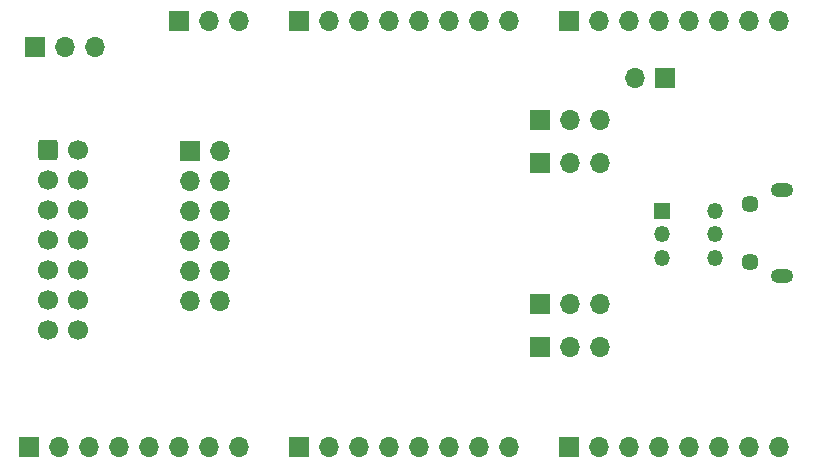
<source format=gbs>
G04 #@! TF.GenerationSoftware,KiCad,Pcbnew,(6.0.7)*
G04 #@! TF.CreationDate,2022-09-17T20:40:59+02:00*
G04 #@! TF.ProjectId,FR2476,46523234-3736-42e6-9b69-6361645f7063,rev?*
G04 #@! TF.SameCoordinates,Original*
G04 #@! TF.FileFunction,Soldermask,Bot*
G04 #@! TF.FilePolarity,Negative*
%FSLAX46Y46*%
G04 Gerber Fmt 4.6, Leading zero omitted, Abs format (unit mm)*
G04 Created by KiCad (PCBNEW (6.0.7)) date 2022-09-17 20:40:59*
%MOMM*%
%LPD*%
G01*
G04 APERTURE LIST*
G04 Aperture macros list*
%AMRoundRect*
0 Rectangle with rounded corners*
0 $1 Rounding radius*
0 $2 $3 $4 $5 $6 $7 $8 $9 X,Y pos of 4 corners*
0 Add a 4 corners polygon primitive as box body*
4,1,4,$2,$3,$4,$5,$6,$7,$8,$9,$2,$3,0*
0 Add four circle primitives for the rounded corners*
1,1,$1+$1,$2,$3*
1,1,$1+$1,$4,$5*
1,1,$1+$1,$6,$7*
1,1,$1+$1,$8,$9*
0 Add four rect primitives between the rounded corners*
20,1,$1+$1,$2,$3,$4,$5,0*
20,1,$1+$1,$4,$5,$6,$7,0*
20,1,$1+$1,$6,$7,$8,$9,0*
20,1,$1+$1,$8,$9,$2,$3,0*%
G04 Aperture macros list end*
%ADD10RoundRect,0.250000X-0.600000X-0.600000X0.600000X-0.600000X0.600000X0.600000X-0.600000X0.600000X0*%
%ADD11C,1.700000*%
%ADD12R,1.700000X1.700000*%
%ADD13O,1.700000X1.700000*%
%ADD14C,1.450000*%
%ADD15O,1.900000X1.200000*%
%ADD16R,1.350000X1.350000*%
%ADD17O,1.350000X1.350000*%
G04 APERTURE END LIST*
D10*
X113400000Y-95950000D03*
D11*
X115940000Y-95950000D03*
X113400000Y-98490000D03*
X115940000Y-98490000D03*
X113400000Y-101030000D03*
X115940000Y-101030000D03*
X113400000Y-103570000D03*
X115940000Y-103570000D03*
X113400000Y-106110000D03*
X115940000Y-106110000D03*
X113400000Y-108650000D03*
X115940000Y-108650000D03*
X113400000Y-111190000D03*
X115940000Y-111190000D03*
D12*
X134670000Y-121053000D03*
D13*
X137210000Y-121053000D03*
X139750000Y-121053000D03*
X142290000Y-121053000D03*
X144830000Y-121053000D03*
X147370000Y-121053000D03*
X149910000Y-121053000D03*
X152450000Y-121053000D03*
D12*
X134670000Y-84985000D03*
D13*
X137210000Y-84985000D03*
X139750000Y-84985000D03*
X142290000Y-84985000D03*
X144830000Y-84985000D03*
X147370000Y-84985000D03*
X149910000Y-84985000D03*
X152450000Y-84985000D03*
D12*
X157530000Y-84985000D03*
D13*
X160070000Y-84985000D03*
X162610000Y-84985000D03*
X165150000Y-84985000D03*
X167690000Y-84985000D03*
X170230000Y-84985000D03*
X172770000Y-84985000D03*
X175310000Y-84985000D03*
D12*
X111810000Y-121053000D03*
D13*
X114350000Y-121053000D03*
X116890000Y-121053000D03*
X119430000Y-121053000D03*
X121970000Y-121053000D03*
X124510000Y-121053000D03*
X127050000Y-121053000D03*
X129590000Y-121053000D03*
D12*
X165600000Y-89800000D03*
D13*
X163060000Y-89800000D03*
D12*
X157530000Y-121053000D03*
D13*
X160070000Y-121053000D03*
X162610000Y-121053000D03*
X165150000Y-121053000D03*
X167690000Y-121053000D03*
X170230000Y-121053000D03*
X172770000Y-121053000D03*
X175310000Y-121053000D03*
D12*
X155000000Y-93400000D03*
D13*
X157540000Y-93400000D03*
X160080000Y-93400000D03*
D12*
X155000000Y-97000000D03*
D13*
X157540000Y-97000000D03*
X160080000Y-97000000D03*
D12*
X155000000Y-112600000D03*
D13*
X157540000Y-112600000D03*
X160080000Y-112600000D03*
D12*
X155000000Y-109000000D03*
D13*
X157540000Y-109000000D03*
X160080000Y-109000000D03*
D14*
X172847500Y-100500000D03*
D15*
X175547500Y-99350000D03*
X175547500Y-106550000D03*
D14*
X172847500Y-105400000D03*
D12*
X112300000Y-87180000D03*
D13*
X114840000Y-87180000D03*
X117380000Y-87180000D03*
D16*
X165350000Y-101050000D03*
D17*
X165350000Y-103050000D03*
X165350000Y-105050000D03*
X169850000Y-101050000D03*
X169850000Y-103050000D03*
X169850000Y-105050000D03*
D12*
X125400000Y-96000000D03*
D13*
X127940000Y-96000000D03*
X125400000Y-98540000D03*
X127940000Y-98540000D03*
X125400000Y-101080000D03*
X127940000Y-101080000D03*
X125400000Y-103620000D03*
X127940000Y-103620000D03*
X125400000Y-106160000D03*
X127940000Y-106160000D03*
X125400000Y-108700000D03*
X127940000Y-108700000D03*
D12*
X124510000Y-84985000D03*
D13*
X127050000Y-84985000D03*
X129590000Y-84985000D03*
M02*

</source>
